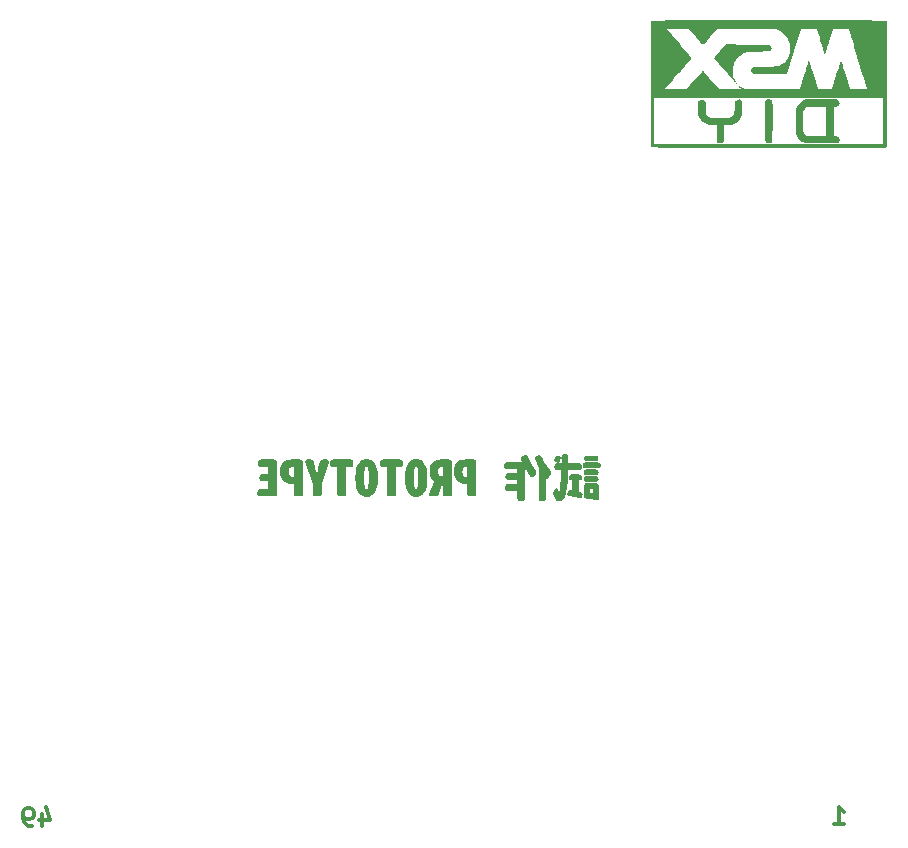
<source format=gbo>
G04 #@! TF.GenerationSoftware,KiCad,Pcbnew,9.0.2*
G04 #@! TF.CreationDate,2025-06-08T15:26:52+09:00*
G04 #@! TF.ProjectId,vdp_cartridge,7664705f-6361-4727-9472-696467652e6b,rev?*
G04 #@! TF.SameCoordinates,Original*
G04 #@! TF.FileFunction,Legend,Bot*
G04 #@! TF.FilePolarity,Positive*
%FSLAX46Y46*%
G04 Gerber Fmt 4.6, Leading zero omitted, Abs format (unit mm)*
G04 Created by KiCad (PCBNEW 9.0.2) date 2025-06-08 15:26:52*
%MOMM*%
%LPD*%
G01*
G04 APERTURE LIST*
%ADD10C,0.150000*%
%ADD11C,0.300000*%
%ADD12C,0.000000*%
G04 APERTURE END LIST*
D10*
G36*
X117372535Y-121201116D02*
G01*
X117449665Y-121255054D01*
X117501946Y-121333683D01*
X117519274Y-121425230D01*
X117515061Y-121925134D01*
X117522564Y-121950075D01*
X117543821Y-121957924D01*
X118416867Y-121957924D01*
X118511522Y-121975538D01*
X118589058Y-122027716D01*
X118641087Y-122105086D01*
X118658667Y-122199724D01*
X118658667Y-122265303D01*
X118641339Y-122356851D01*
X118589058Y-122435480D01*
X118511363Y-122489231D01*
X118416867Y-122507287D01*
X117531547Y-122507287D01*
X117509329Y-122515132D01*
X117498758Y-122540077D01*
X117448118Y-123439545D01*
X117373955Y-124080880D01*
X117285717Y-124519726D01*
X117195747Y-124785200D01*
X117094708Y-124965463D01*
X116985627Y-125081253D01*
X116867746Y-125147433D01*
X116736354Y-125171305D01*
X116732324Y-125171305D01*
X116647345Y-125157720D01*
X116560931Y-125114883D01*
X116470007Y-125036116D01*
X116396528Y-124934583D01*
X116323328Y-124774525D01*
X116252753Y-124536029D01*
X116240480Y-124458177D01*
X116247564Y-124393870D01*
X116269056Y-124331048D01*
X116321922Y-124236385D01*
X116400214Y-124154827D01*
X116457550Y-124105734D01*
X116510321Y-124077586D01*
X116570391Y-124083203D01*
X116619197Y-124116660D01*
X116637985Y-124171313D01*
X116663892Y-124338625D01*
X116687799Y-124400113D01*
X116707594Y-124413114D01*
X116743534Y-124383398D01*
X116791787Y-124248591D01*
X116851209Y-123884450D01*
X116900023Y-123324746D01*
X116933091Y-122535863D01*
X116925916Y-122514446D01*
X116904332Y-122507287D01*
X116576436Y-122507287D01*
X116481971Y-122489225D01*
X116404428Y-122435480D01*
X116352004Y-122356837D01*
X116334635Y-122265303D01*
X116334635Y-122199724D01*
X116352255Y-122105100D01*
X116404428Y-122027716D01*
X116481812Y-121975544D01*
X116576436Y-121957924D01*
X116621498Y-121957924D01*
X116629742Y-121951879D01*
X116625712Y-121941621D01*
X116601739Y-121929347D01*
X116699534Y-121929347D01*
X116701549Y-121947666D01*
X116715837Y-121957924D01*
X116916605Y-121957924D01*
X116937862Y-121950075D01*
X116945364Y-121925134D01*
X116945364Y-121531659D01*
X116939319Y-121521584D01*
X116929061Y-121523599D01*
X116790546Y-121749203D01*
X116699534Y-121929347D01*
X116601739Y-121929347D01*
X116457550Y-121855525D01*
X116382791Y-121793950D01*
X116338848Y-121707880D01*
X116326392Y-121638271D01*
X116334412Y-121582544D01*
X116359182Y-121527629D01*
X116424761Y-121429260D01*
X116493946Y-121358932D01*
X116588709Y-121318618D01*
X116654288Y-121310375D01*
X116721999Y-121318578D01*
X116785446Y-121343164D01*
X116924848Y-121412774D01*
X116937304Y-121410942D01*
X116945364Y-121392440D01*
X116960519Y-121316050D01*
X117006914Y-121248826D01*
X117074867Y-121199462D01*
X117154375Y-121183246D01*
X117281504Y-121183246D01*
X117372535Y-121201116D01*
G37*
G36*
X119942006Y-123672497D02*
G01*
X120019527Y-123724532D01*
X120071548Y-123801927D01*
X120089136Y-123896723D01*
X120089136Y-124868138D01*
X120071802Y-124959655D01*
X120019527Y-125038131D01*
X119941832Y-125091883D01*
X119847336Y-125109939D01*
X119728451Y-125109939D01*
X119678954Y-125100265D01*
X119636310Y-125070921D01*
X119607158Y-125027688D01*
X119597292Y-124974567D01*
X119592542Y-124962653D01*
X119576776Y-124958264D01*
X119060385Y-124958264D01*
X118969007Y-124940459D01*
X118890209Y-124886457D01*
X118836212Y-124807811D01*
X118818402Y-124716463D01*
X118818402Y-124159040D01*
X119322702Y-124159040D01*
X119322702Y-124454147D01*
X119329846Y-124475579D01*
X119351279Y-124482723D01*
X119564503Y-124482723D01*
X119589461Y-124475253D01*
X119597292Y-124454147D01*
X119597292Y-124159040D01*
X119589095Y-124134448D01*
X119564503Y-124126251D01*
X119351279Y-124126251D01*
X119330172Y-124134082D01*
X119322702Y-124159040D01*
X118818402Y-124159040D01*
X118818402Y-123896723D01*
X118836472Y-123802102D01*
X118890209Y-123724532D01*
X118968838Y-123672251D01*
X119060385Y-123654923D01*
X119847336Y-123654923D01*
X119942006Y-123672497D01*
G37*
G36*
X118535909Y-122914605D02*
G01*
X118613604Y-122968356D01*
X118665879Y-123046833D01*
X118683213Y-123138349D01*
X118683213Y-123171139D01*
X118665626Y-123265935D01*
X118613604Y-123343330D01*
X118536083Y-123395366D01*
X118441413Y-123412939D01*
X118412653Y-123412939D01*
X118391547Y-123420771D01*
X118384077Y-123445729D01*
X118384077Y-124314745D01*
X118391547Y-124339703D01*
X118412653Y-124347535D01*
X118523295Y-124363838D01*
X118611359Y-124393595D01*
X118679183Y-124458177D01*
X118709843Y-124518696D01*
X118720033Y-124585305D01*
X118716003Y-124634398D01*
X118695487Y-124712250D01*
X118659601Y-124800448D01*
X118593088Y-124868138D01*
X118528465Y-124898777D01*
X118457716Y-124908988D01*
X118408623Y-124904958D01*
X117650433Y-124753283D01*
X117557854Y-124714161D01*
X117486484Y-124646671D01*
X117443222Y-124568512D01*
X117428965Y-124482723D01*
X117433178Y-124462207D01*
X117433178Y-124445903D01*
X117457820Y-124356466D01*
X117515061Y-124285985D01*
X117580229Y-124248967D01*
X117650433Y-124236893D01*
X117691282Y-124240923D01*
X117789651Y-124257409D01*
X117811245Y-124253221D01*
X117818411Y-124232679D01*
X117818411Y-123445729D01*
X117810908Y-123420788D01*
X117789651Y-123412939D01*
X117695012Y-123395360D01*
X117617643Y-123343330D01*
X117565479Y-123265921D01*
X117547851Y-123171139D01*
X117547851Y-123138349D01*
X117565225Y-123046847D01*
X117617643Y-122968356D01*
X117695187Y-122914611D01*
X117789651Y-122896549D01*
X118441413Y-122896549D01*
X118535909Y-122914605D01*
G37*
G36*
X119938518Y-123077443D02*
G01*
X120011284Y-123128274D01*
X120060560Y-123202230D01*
X120076863Y-123288009D01*
X120060566Y-123373820D01*
X120011284Y-123447927D01*
X119938532Y-123498615D01*
X119851366Y-123515521D01*
X119035656Y-123515521D01*
X118948647Y-123498624D01*
X118875921Y-123447927D01*
X118826639Y-123373820D01*
X118810342Y-123288009D01*
X118826644Y-123202230D01*
X118875921Y-123128274D01*
X118948661Y-123077434D01*
X119035656Y-123060497D01*
X119851366Y-123060497D01*
X119938518Y-123077443D01*
G37*
G36*
X119938691Y-122499024D02*
G01*
X120011284Y-122548137D01*
X120060396Y-122620730D01*
X120076863Y-122708055D01*
X120060396Y-122795379D01*
X120011284Y-122867973D01*
X119938691Y-122917085D01*
X119851366Y-122933552D01*
X119035656Y-122933552D01*
X118948489Y-122917093D01*
X118875921Y-122867973D01*
X118826809Y-122795379D01*
X118810342Y-122708055D01*
X118826809Y-122620730D01*
X118875921Y-122548137D01*
X118948489Y-122499016D01*
X119035656Y-122482557D01*
X119851366Y-122482557D01*
X119938691Y-122499024D01*
G37*
G36*
X120126638Y-121897575D02*
G01*
X120201793Y-121949864D01*
X120252429Y-122026515D01*
X120269387Y-122117842D01*
X120252435Y-122209200D01*
X120201793Y-122286003D01*
X120126653Y-122338148D01*
X120035830Y-122355612D01*
X118953773Y-122355612D01*
X118862951Y-122338148D01*
X118787810Y-122286003D01*
X118737026Y-122209186D01*
X118720033Y-122117842D01*
X118737031Y-122026529D01*
X118787810Y-121949864D01*
X118862965Y-121897575D01*
X118953773Y-121880071D01*
X120035830Y-121880071D01*
X120126638Y-121897575D01*
G37*
G36*
X119926102Y-121323242D02*
G01*
X119998827Y-121373939D01*
X120048096Y-121447920D01*
X120064407Y-121533857D01*
X120048104Y-121619636D01*
X119998827Y-121693592D01*
X119926102Y-121744289D01*
X119839093Y-121761186D01*
X119060385Y-121761186D01*
X118976335Y-121744535D01*
X118902482Y-121693592D01*
X118851627Y-121619482D01*
X118834888Y-121533857D01*
X118851635Y-121448075D01*
X118902482Y-121373939D01*
X118976335Y-121322996D01*
X119060385Y-121306345D01*
X119839093Y-121306345D01*
X119926102Y-121323242D01*
G37*
G36*
X115286650Y-121429260D02*
G01*
X115236321Y-121347190D01*
X115159522Y-121289858D01*
X115104845Y-121268333D01*
X115048880Y-121261282D01*
X114971027Y-121277585D01*
X114839869Y-121318618D01*
X114758912Y-121362579D01*
X114704497Y-121437503D01*
X114686021Y-121483830D01*
X114679951Y-121531659D01*
X114700467Y-121613724D01*
X114834688Y-121917925D01*
X114983301Y-122216211D01*
X114995574Y-122273547D01*
X114995574Y-124925474D01*
X115013636Y-125019939D01*
X115067381Y-125097482D01*
X115145872Y-125149901D01*
X115237374Y-125167275D01*
X115372563Y-125167275D01*
X115464096Y-125149906D01*
X115542739Y-125097482D01*
X115596484Y-125019939D01*
X115614546Y-124925474D01*
X115614546Y-123216202D01*
X115620774Y-123206127D01*
X115630849Y-123212172D01*
X115680601Y-123249389D01*
X115737461Y-123261448D01*
X115766038Y-123257235D01*
X115835644Y-123228677D01*
X115880893Y-123167109D01*
X115995565Y-122933552D01*
X116026291Y-122856849D01*
X116036598Y-122773634D01*
X116032568Y-122732601D01*
X116009209Y-122635822D01*
X115954715Y-122548137D01*
X115706127Y-122218767D01*
X115483281Y-121847161D01*
X115286650Y-121429260D01*
G37*
G36*
X112073269Y-122199724D02*
G01*
X112090598Y-122291272D01*
X112142878Y-122369900D01*
X112220448Y-122423638D01*
X112315070Y-122441708D01*
X113179872Y-122441708D01*
X113201305Y-122448852D01*
X113208449Y-122470284D01*
X113208449Y-122757147D01*
X113200979Y-122782105D01*
X113179872Y-122789937D01*
X112425712Y-122789937D01*
X112334209Y-122807311D01*
X112255719Y-122859729D01*
X112201981Y-122937299D01*
X112183911Y-123031921D01*
X112183911Y-123101530D01*
X112201716Y-123192909D01*
X112255719Y-123271706D01*
X112334350Y-123325559D01*
X112425712Y-123343330D01*
X113179872Y-123343330D01*
X113201290Y-123350505D01*
X113208449Y-123372090D01*
X113208449Y-123687713D01*
X113200979Y-123712671D01*
X113179872Y-123720502D01*
X112372406Y-123720502D01*
X112277941Y-123738564D01*
X112200398Y-123792310D01*
X112147979Y-123870800D01*
X112130605Y-123962303D01*
X112130605Y-124044185D01*
X112148233Y-124138967D01*
X112200398Y-124216376D01*
X112277767Y-124268406D01*
X112372406Y-124285985D01*
X113179872Y-124285985D01*
X113200979Y-124293817D01*
X113208449Y-124318775D01*
X113208449Y-124929504D01*
X113226519Y-125024126D01*
X113280256Y-125101696D01*
X113358885Y-125153976D01*
X113450433Y-125171305D01*
X113597894Y-125171305D01*
X113689442Y-125153976D01*
X113768070Y-125101696D01*
X113821664Y-125024141D01*
X113839695Y-124929504D01*
X113839695Y-122470284D01*
X113846869Y-122448867D01*
X113868454Y-122441708D01*
X113888971Y-122441708D01*
X113914420Y-122447788D01*
X113934033Y-122466254D01*
X114120090Y-122776868D01*
X114298749Y-123031921D01*
X114366157Y-123091219D01*
X114454454Y-123113803D01*
X114462697Y-123113803D01*
X114546398Y-123097529D01*
X114618402Y-123048224D01*
X114729227Y-122945825D01*
X114787328Y-122866486D01*
X114807079Y-122765391D01*
X114793690Y-122684246D01*
X114753773Y-122613716D01*
X114572953Y-122368876D01*
X114405813Y-122094971D01*
X114252700Y-121789530D01*
X114114285Y-121449776D01*
X114063958Y-121363472D01*
X113987339Y-121302132D01*
X113928527Y-121280620D01*
X113868454Y-121273555D01*
X113802875Y-121281615D01*
X113679960Y-121310375D01*
X113597807Y-121353578D01*
X113540558Y-121425230D01*
X113521986Y-121475023D01*
X113516012Y-121523599D01*
X113528285Y-121601451D01*
X113622441Y-121835009D01*
X113624639Y-121851495D01*
X113606137Y-121859555D01*
X112315070Y-121859555D01*
X112220448Y-121877625D01*
X112142878Y-121931362D01*
X112090603Y-122009839D01*
X112073269Y-122101355D01*
X112073269Y-122199724D01*
G37*
G36*
X109586729Y-121652297D02*
G01*
X109664424Y-121706048D01*
X109716699Y-121784525D01*
X109734033Y-121876041D01*
X109734033Y-124531999D01*
X109716705Y-124623547D01*
X109664424Y-124702175D01*
X109586743Y-124755784D01*
X109492233Y-124773800D01*
X109221673Y-124773800D01*
X109127194Y-124755778D01*
X109049665Y-124702175D01*
X108997241Y-124623533D01*
X108979872Y-124531999D01*
X108979872Y-123765565D01*
X108971675Y-123740973D01*
X108947083Y-123732775D01*
X108860987Y-123732775D01*
X108627795Y-123714276D01*
X108426881Y-123661581D01*
X108252629Y-123576997D01*
X108100781Y-123460200D01*
X107979620Y-123315571D01*
X107889860Y-123137568D01*
X107832408Y-122919073D01*
X107811720Y-122650719D01*
X108549394Y-122650719D01*
X108567687Y-122847547D01*
X108614973Y-122980610D01*
X108684698Y-123067727D01*
X108777709Y-123119742D01*
X108902020Y-123138349D01*
X108947083Y-123138349D01*
X108971675Y-123130152D01*
X108979872Y-123105560D01*
X108979872Y-122261273D01*
X108971675Y-122236681D01*
X108947083Y-122228484D01*
X108902020Y-122228484D01*
X108780117Y-122240947D01*
X108692929Y-122274104D01*
X108631460Y-122324838D01*
X108589666Y-122394495D01*
X108560658Y-122498927D01*
X108549394Y-122650719D01*
X107811720Y-122650719D01*
X107830488Y-122397007D01*
X107882424Y-122191490D01*
X107963122Y-122025152D01*
X108071310Y-121891016D01*
X108208963Y-121784676D01*
X108381086Y-121704745D01*
X108595237Y-121653005D01*
X108860987Y-121634241D01*
X109492233Y-121634241D01*
X109586729Y-121652297D01*
G37*
G36*
X107504623Y-121652311D02*
G01*
X107582193Y-121706048D01*
X107634468Y-121784525D01*
X107651802Y-121876041D01*
X107651802Y-124531999D01*
X107634474Y-124623547D01*
X107582193Y-124702175D01*
X107504638Y-124755769D01*
X107410002Y-124773800D01*
X107139442Y-124773800D01*
X107048080Y-124756028D01*
X106969449Y-124702175D01*
X106915446Y-124623378D01*
X106897641Y-124531999D01*
X106897641Y-123704016D01*
X106889793Y-123682759D01*
X106864852Y-123675256D01*
X106840305Y-123675256D01*
X106813374Y-123682643D01*
X106799272Y-123704016D01*
X106541169Y-124544272D01*
X106495018Y-124637011D01*
X106422284Y-124710235D01*
X106331013Y-124757924D01*
X106229576Y-124773800D01*
X105922196Y-124773800D01*
X105844822Y-124755620D01*
X105782795Y-124699977D01*
X105761062Y-124653956D01*
X105754218Y-124609851D01*
X105762278Y-124548302D01*
X106139450Y-123531825D01*
X106142544Y-123505366D01*
X106127177Y-123482732D01*
X106003039Y-123365568D01*
X105905334Y-123225560D01*
X105832929Y-123059209D01*
X105786913Y-122861456D01*
X105770521Y-122625989D01*
X106504166Y-122625989D01*
X106514749Y-122769077D01*
X106543232Y-122877992D01*
X106586232Y-122960113D01*
X106648088Y-123025714D01*
X106720599Y-123063877D01*
X106807516Y-123076983D01*
X106864852Y-123076983D01*
X106889793Y-123069481D01*
X106897641Y-123048224D01*
X106897641Y-122261273D01*
X106889444Y-122236681D01*
X106864852Y-122228484D01*
X106807516Y-122228484D01*
X106699253Y-122244077D01*
X106618983Y-122287336D01*
X106559495Y-122358962D01*
X106519538Y-122467169D01*
X106504166Y-122625989D01*
X105770521Y-122625989D01*
X105790748Y-122362597D01*
X105846359Y-122152646D01*
X105906094Y-122026268D01*
X105977875Y-121924272D01*
X106061598Y-121843252D01*
X106208457Y-121747834D01*
X106368978Y-121683517D01*
X106543462Y-121647190D01*
X106750180Y-121634241D01*
X107410002Y-121634241D01*
X107504623Y-121652311D01*
G37*
G36*
X104805534Y-121601185D02*
G01*
X104959615Y-121648118D01*
X105097428Y-121725183D01*
X105221785Y-121834486D01*
X105333998Y-121980638D01*
X105434299Y-122178755D01*
X105513489Y-122436552D01*
X105566482Y-122767641D01*
X105586057Y-123187625D01*
X105566502Y-123608915D01*
X105513344Y-123944118D01*
X105433531Y-124207904D01*
X105331983Y-124413114D01*
X105218199Y-124565648D01*
X105093133Y-124678995D01*
X104955622Y-124758409D01*
X104802956Y-124806511D01*
X104631129Y-124823075D01*
X104459301Y-124806511D01*
X104306636Y-124758409D01*
X104169124Y-124678995D01*
X104044058Y-124565648D01*
X103930274Y-124413114D01*
X103828726Y-124207904D01*
X103748914Y-123944118D01*
X103695756Y-123608915D01*
X103676200Y-123187625D01*
X104438421Y-123187625D01*
X104448679Y-123622133D01*
X104475424Y-123908997D01*
X104516457Y-124077158D01*
X104543863Y-124131910D01*
X104567748Y-124159040D01*
X104631129Y-124179557D01*
X104694693Y-124159040D01*
X104718470Y-124131936D01*
X104745984Y-124077158D01*
X104787017Y-123908997D01*
X104813578Y-123622133D01*
X104823836Y-123187625D01*
X104813578Y-122755316D01*
X104787017Y-122476512D01*
X104743969Y-122318793D01*
X104715160Y-122267914D01*
X104692678Y-122244970D01*
X104631129Y-122228484D01*
X104569763Y-122244970D01*
X104547171Y-122267941D01*
X104518472Y-122318793D01*
X104495695Y-122381997D01*
X104475424Y-122476512D01*
X104448679Y-122755316D01*
X104438421Y-123187625D01*
X103676200Y-123187625D01*
X103695775Y-122767641D01*
X103748769Y-122436552D01*
X103827958Y-122178755D01*
X103928259Y-121980638D01*
X104040472Y-121834486D01*
X104164829Y-121725183D01*
X104302643Y-121648118D01*
X104456723Y-121601185D01*
X104631129Y-121584965D01*
X104805534Y-121601185D01*
G37*
G36*
X102667782Y-124773800D02*
G01*
X102762419Y-124755769D01*
X102839974Y-124702175D01*
X102892254Y-124623547D01*
X102909583Y-124531999D01*
X102909583Y-122294063D01*
X102917431Y-122272806D01*
X102942372Y-122265303D01*
X103274482Y-122265303D01*
X103365875Y-122247538D01*
X103444658Y-122193679D01*
X103498517Y-122114896D01*
X103516282Y-122023503D01*
X103516282Y-121876041D01*
X103498511Y-121784680D01*
X103444658Y-121706048D01*
X103365861Y-121652046D01*
X103274482Y-121634241D01*
X101790706Y-121634241D01*
X101699359Y-121652051D01*
X101620713Y-121706048D01*
X101566717Y-121784694D01*
X101548906Y-121876041D01*
X101548906Y-122023503D01*
X101566711Y-122114882D01*
X101620713Y-122193679D01*
X101699345Y-122247532D01*
X101790706Y-122265303D01*
X102122632Y-122265303D01*
X102147574Y-122272806D01*
X102155422Y-122294063D01*
X102155422Y-124531999D01*
X102172790Y-124623533D01*
X102225214Y-124702175D01*
X102302769Y-124755769D01*
X102397406Y-124773800D01*
X102667782Y-124773800D01*
G37*
G36*
X100608465Y-121601185D02*
G01*
X100762545Y-121648118D01*
X100900359Y-121725183D01*
X101024716Y-121834486D01*
X101136929Y-121980638D01*
X101237230Y-122178755D01*
X101316420Y-122436552D01*
X101369413Y-122767641D01*
X101388988Y-123187625D01*
X101369432Y-123608915D01*
X101316275Y-123944118D01*
X101236462Y-124207904D01*
X101134914Y-124413114D01*
X101021130Y-124565648D01*
X100896064Y-124678995D01*
X100758553Y-124758409D01*
X100605887Y-124806511D01*
X100434060Y-124823075D01*
X100262232Y-124806511D01*
X100109566Y-124758409D01*
X99972055Y-124678995D01*
X99846989Y-124565648D01*
X99733205Y-124413114D01*
X99631657Y-124207904D01*
X99551845Y-123944118D01*
X99498687Y-123608915D01*
X99479131Y-123187625D01*
X100241352Y-123187625D01*
X100251610Y-123622133D01*
X100278355Y-123908997D01*
X100319387Y-124077158D01*
X100346794Y-124131910D01*
X100370678Y-124159040D01*
X100434060Y-124179557D01*
X100497624Y-124159040D01*
X100521400Y-124131936D01*
X100548915Y-124077158D01*
X100589948Y-123908997D01*
X100616509Y-123622133D01*
X100626767Y-123187625D01*
X100616509Y-122755316D01*
X100589948Y-122476512D01*
X100546900Y-122318793D01*
X100518091Y-122267914D01*
X100495609Y-122244970D01*
X100434060Y-122228484D01*
X100372693Y-122244970D01*
X100350101Y-122267941D01*
X100321403Y-122318793D01*
X100298626Y-122381997D01*
X100278355Y-122476512D01*
X100251610Y-122755316D01*
X100241352Y-123187625D01*
X99479131Y-123187625D01*
X99498706Y-122767641D01*
X99551699Y-122436552D01*
X99630889Y-122178755D01*
X99731190Y-121980638D01*
X99843403Y-121834486D01*
X99967760Y-121725183D01*
X100105574Y-121648118D01*
X100259654Y-121601185D01*
X100434060Y-121584965D01*
X100608465Y-121601185D01*
G37*
G36*
X98470713Y-124773800D02*
G01*
X98565350Y-124755769D01*
X98642905Y-124702175D01*
X98695185Y-124623547D01*
X98712514Y-124531999D01*
X98712514Y-122294063D01*
X98720362Y-122272806D01*
X98745303Y-122265303D01*
X99077413Y-122265303D01*
X99168806Y-122247538D01*
X99247589Y-122193679D01*
X99301448Y-122114896D01*
X99319213Y-122023503D01*
X99319213Y-121876041D01*
X99301442Y-121784680D01*
X99247589Y-121706048D01*
X99168791Y-121652046D01*
X99077413Y-121634241D01*
X97593637Y-121634241D01*
X97502290Y-121652051D01*
X97423644Y-121706048D01*
X97369647Y-121784694D01*
X97351837Y-121876041D01*
X97351837Y-122023503D01*
X97369642Y-122114882D01*
X97423644Y-122193679D01*
X97502276Y-122247532D01*
X97593637Y-122265303D01*
X97925563Y-122265303D01*
X97950505Y-122272806D01*
X97958353Y-122294063D01*
X97958353Y-124531999D01*
X97975721Y-124623533D01*
X98028145Y-124702175D01*
X98105700Y-124755769D01*
X98200337Y-124773800D01*
X98470713Y-124773800D01*
G37*
G36*
X96380422Y-124773800D02*
G01*
X96474933Y-124755784D01*
X96552613Y-124702175D01*
X96604894Y-124623547D01*
X96622222Y-124531999D01*
X96622222Y-123745049D01*
X96630466Y-123687713D01*
X97212435Y-121863768D01*
X97220678Y-121806249D01*
X97212585Y-121755407D01*
X97187889Y-121707880D01*
X97125295Y-121652608D01*
X97044457Y-121634241D01*
X96757594Y-121634241D01*
X96657116Y-121651157D01*
X96569100Y-121701835D01*
X96502305Y-121778323D01*
X96466518Y-121871828D01*
X96364119Y-122363672D01*
X96245234Y-123035951D01*
X96236990Y-123044194D01*
X96228747Y-123035951D01*
X96101802Y-122363672D01*
X95999220Y-121871828D01*
X95963469Y-121778308D01*
X95896821Y-121701835D01*
X95808677Y-121651144D01*
X95708327Y-121634241D01*
X95429524Y-121634241D01*
X95348686Y-121652608D01*
X95286092Y-121707880D01*
X95261396Y-121755407D01*
X95253302Y-121806249D01*
X95261546Y-121863768D01*
X95859818Y-123687713D01*
X95868062Y-123745049D01*
X95868062Y-124531999D01*
X95885430Y-124623533D01*
X95937854Y-124702175D01*
X96015383Y-124755778D01*
X96109862Y-124773800D01*
X96380422Y-124773800D01*
G37*
G36*
X94896987Y-121652297D02*
G01*
X94974682Y-121706048D01*
X95026957Y-121784525D01*
X95044292Y-121876041D01*
X95044292Y-124531999D01*
X95026963Y-124623547D01*
X94974682Y-124702175D01*
X94897002Y-124755784D01*
X94802491Y-124773800D01*
X94531931Y-124773800D01*
X94437452Y-124755778D01*
X94359923Y-124702175D01*
X94307499Y-124623533D01*
X94290131Y-124531999D01*
X94290131Y-123765565D01*
X94281933Y-123740973D01*
X94257341Y-123732775D01*
X94171245Y-123732775D01*
X93938053Y-123714276D01*
X93737139Y-123661581D01*
X93562887Y-123576997D01*
X93411040Y-123460200D01*
X93289879Y-123315571D01*
X93200119Y-123137568D01*
X93142666Y-122919073D01*
X93121978Y-122650719D01*
X93859653Y-122650719D01*
X93877945Y-122847547D01*
X93925232Y-122980610D01*
X93994956Y-123067727D01*
X94087967Y-123119742D01*
X94212278Y-123138349D01*
X94257341Y-123138349D01*
X94281933Y-123130152D01*
X94290131Y-123105560D01*
X94290131Y-122261273D01*
X94281933Y-122236681D01*
X94257341Y-122228484D01*
X94212278Y-122228484D01*
X94090375Y-122240947D01*
X94003188Y-122274104D01*
X93941718Y-122324838D01*
X93899924Y-122394495D01*
X93870917Y-122498927D01*
X93859653Y-122650719D01*
X93121978Y-122650719D01*
X93140747Y-122397007D01*
X93192682Y-122191490D01*
X93273380Y-122025152D01*
X93381568Y-121891016D01*
X93519221Y-121784676D01*
X93691344Y-121704745D01*
X93905495Y-121653005D01*
X94171245Y-121634241D01*
X94802491Y-121634241D01*
X94896987Y-121652297D01*
G37*
G36*
X92605588Y-124773800D02*
G01*
X92696981Y-124756034D01*
X92775764Y-124702175D01*
X92829623Y-124623392D01*
X92847388Y-124531999D01*
X92847388Y-121876041D01*
X92829617Y-121784680D01*
X92775764Y-121706048D01*
X92696967Y-121652046D01*
X92605588Y-121634241D01*
X91466012Y-121634241D01*
X91374664Y-121652051D01*
X91296019Y-121706048D01*
X91242022Y-121784694D01*
X91224211Y-121876041D01*
X91224211Y-122023503D01*
X91242016Y-122114882D01*
X91296019Y-122193679D01*
X91374650Y-122247532D01*
X91466012Y-122265303D01*
X92060438Y-122265303D01*
X92081855Y-122272478D01*
X92089014Y-122294063D01*
X92089014Y-122822727D01*
X92081855Y-122844311D01*
X92060438Y-122851486D01*
X91609627Y-122851486D01*
X91518248Y-122869291D01*
X91439450Y-122923294D01*
X91385453Y-123001939D01*
X91367643Y-123093287D01*
X91367643Y-123240931D01*
X91385448Y-123332310D01*
X91439450Y-123411108D01*
X91518234Y-123464967D01*
X91609627Y-123482732D01*
X92060438Y-123482732D01*
X92081870Y-123489876D01*
X92089014Y-123511308D01*
X92089014Y-124113977D01*
X92081870Y-124135410D01*
X92060438Y-124142554D01*
X91437435Y-124142554D01*
X91346088Y-124160364D01*
X91267442Y-124214361D01*
X91213445Y-124293007D01*
X91195635Y-124384354D01*
X91195635Y-124531999D01*
X91213440Y-124623378D01*
X91267442Y-124702175D01*
X91346074Y-124756028D01*
X91437435Y-124773800D01*
X92605588Y-124773800D01*
G37*
D11*
X72952032Y-151675228D02*
X72952032Y-152675228D01*
X73309174Y-151103800D02*
X73666317Y-152175228D01*
X73666317Y-152175228D02*
X72737746Y-152175228D01*
X72094889Y-152675228D02*
X71809175Y-152675228D01*
X71809175Y-152675228D02*
X71666318Y-152603800D01*
X71666318Y-152603800D02*
X71594889Y-152532371D01*
X71594889Y-152532371D02*
X71452032Y-152318085D01*
X71452032Y-152318085D02*
X71380603Y-152032371D01*
X71380603Y-152032371D02*
X71380603Y-151460942D01*
X71380603Y-151460942D02*
X71452032Y-151318085D01*
X71452032Y-151318085D02*
X71523461Y-151246657D01*
X71523461Y-151246657D02*
X71666318Y-151175228D01*
X71666318Y-151175228D02*
X71952032Y-151175228D01*
X71952032Y-151175228D02*
X72094889Y-151246657D01*
X72094889Y-151246657D02*
X72166318Y-151318085D01*
X72166318Y-151318085D02*
X72237746Y-151460942D01*
X72237746Y-151460942D02*
X72237746Y-151818085D01*
X72237746Y-151818085D02*
X72166318Y-151960942D01*
X72166318Y-151960942D02*
X72094889Y-152032371D01*
X72094889Y-152032371D02*
X71952032Y-152103800D01*
X71952032Y-152103800D02*
X71666318Y-152103800D01*
X71666318Y-152103800D02*
X71523461Y-152032371D01*
X71523461Y-152032371D02*
X71452032Y-151960942D01*
X71452032Y-151960942D02*
X71380603Y-151818085D01*
X140034174Y-152534228D02*
X140891317Y-152534228D01*
X140462746Y-152534228D02*
X140462746Y-151034228D01*
X140462746Y-151034228D02*
X140605603Y-151248514D01*
X140605603Y-151248514D02*
X140748460Y-151391371D01*
X140748460Y-151391371D02*
X140891317Y-151462800D01*
D12*
G36*
X134629670Y-91125867D02*
G01*
X134716354Y-91173529D01*
X134777081Y-91246394D01*
X134777979Y-91248195D01*
X134784234Y-91265563D01*
X134789621Y-91291740D01*
X134794189Y-91329688D01*
X134797985Y-91382365D01*
X134801055Y-91452731D01*
X134803446Y-91543746D01*
X134805207Y-91658369D01*
X134806384Y-91799562D01*
X134807024Y-91970282D01*
X134807174Y-92173490D01*
X134806883Y-92412147D01*
X134806196Y-92689210D01*
X134805162Y-93007641D01*
X134799215Y-94703088D01*
X134729123Y-94773173D01*
X134663101Y-94823769D01*
X134573975Y-94857715D01*
X134496315Y-94863607D01*
X134396015Y-94854189D01*
X134307044Y-94829136D01*
X134245421Y-94791666D01*
X134244787Y-94791030D01*
X134236688Y-94781892D01*
X134229635Y-94769931D01*
X134223543Y-94752181D01*
X134218329Y-94725678D01*
X134213909Y-94687456D01*
X134210198Y-94634553D01*
X134207112Y-94564002D01*
X134204568Y-94472840D01*
X134202480Y-94358101D01*
X134200766Y-94216823D01*
X134199341Y-94046039D01*
X134198121Y-93842785D01*
X134197022Y-93604097D01*
X134195959Y-93327010D01*
X134194850Y-93008560D01*
X134188914Y-91270083D01*
X134250260Y-91201622D01*
X134325327Y-91143568D01*
X134423010Y-91109939D01*
X134528173Y-91104354D01*
X134629670Y-91125867D01*
G37*
G36*
X140097135Y-91778273D02*
G01*
X139996685Y-91778273D01*
X139996685Y-93005299D01*
X139996685Y-94232325D01*
X140126075Y-94244058D01*
X140216596Y-94257021D01*
X140326461Y-94294904D01*
X140403494Y-94358278D01*
X140452279Y-94451513D01*
X140477399Y-94578978D01*
X140477570Y-94580679D01*
X140480997Y-94655955D01*
X140469828Y-94707589D01*
X140439999Y-94754669D01*
X140385606Y-94806893D01*
X140321309Y-94847408D01*
X140305556Y-94852627D01*
X140274209Y-94858398D01*
X140227338Y-94863204D01*
X140161742Y-94867107D01*
X140074221Y-94870167D01*
X139961575Y-94872446D01*
X139820604Y-94874003D01*
X139648108Y-94874901D01*
X139440886Y-94875199D01*
X139195739Y-94874958D01*
X138909465Y-94874240D01*
X137567359Y-94870157D01*
X137402310Y-94788352D01*
X137320372Y-94743980D01*
X137140695Y-94615980D01*
X136990001Y-94462563D01*
X136873087Y-94289155D01*
X136794751Y-94101182D01*
X136793509Y-94096651D01*
X136783946Y-94035664D01*
X136775822Y-93937421D01*
X136769129Y-93807746D01*
X136763859Y-93652467D01*
X136760004Y-93477410D01*
X136757557Y-93288400D01*
X136756510Y-93091263D01*
X136756855Y-92891826D01*
X136757680Y-92798495D01*
X137383674Y-92798495D01*
X137385190Y-93050222D01*
X137392409Y-93850611D01*
X137457770Y-93968603D01*
X137487873Y-94016673D01*
X137549871Y-94095985D01*
X137611988Y-94156997D01*
X137700846Y-94227400D01*
X138527386Y-94233950D01*
X139353927Y-94240499D01*
X139353927Y-93008122D01*
X139353927Y-91775744D01*
X138550480Y-91782549D01*
X138479004Y-91783145D01*
X138272208Y-91784955D01*
X138103532Y-91787212D01*
X137968225Y-91790772D01*
X137861536Y-91796491D01*
X137778712Y-91805229D01*
X137715003Y-91817840D01*
X137665657Y-91835184D01*
X137625922Y-91858117D01*
X137591046Y-91887496D01*
X137556279Y-91924178D01*
X137516869Y-91969021D01*
X137478081Y-92018336D01*
X137430212Y-92095057D01*
X137401833Y-92161217D01*
X137395932Y-92199316D01*
X137390153Y-92286099D01*
X137386172Y-92415507D01*
X137384007Y-92586614D01*
X137383674Y-92798495D01*
X136757680Y-92798495D01*
X136758586Y-92695915D01*
X136761693Y-92509356D01*
X136766169Y-92337974D01*
X136772008Y-92187596D01*
X136779201Y-92064048D01*
X136787740Y-91973156D01*
X136797617Y-91920746D01*
X136867214Y-91762056D01*
X136983678Y-91586372D01*
X137130402Y-91430098D01*
X137299940Y-91300972D01*
X137484844Y-91206733D01*
X137636213Y-91147638D01*
X138957486Y-91140458D01*
X140278758Y-91133279D01*
X140345632Y-91189550D01*
X140404341Y-91251682D01*
X140463238Y-91361932D01*
X140484294Y-91483009D01*
X140465625Y-91570772D01*
X140410109Y-91652970D01*
X140325185Y-91718767D01*
X140218360Y-91762443D01*
X140116502Y-91775744D01*
X140097135Y-91778273D01*
G37*
G36*
X132009686Y-91145405D02*
G01*
X132033582Y-91154960D01*
X132090514Y-91190017D01*
X132151170Y-91238395D01*
X132239267Y-91317986D01*
X132239267Y-91900188D01*
X132239267Y-92482389D01*
X132147101Y-92667809D01*
X132084971Y-92780648D01*
X132003441Y-92894413D01*
X131897756Y-93008778D01*
X131847772Y-93056238D01*
X131703207Y-93169979D01*
X131549950Y-93253508D01*
X131380129Y-93309702D01*
X131185868Y-93341438D01*
X130959294Y-93351593D01*
X130709948Y-93351920D01*
X130709865Y-93989137D01*
X130709788Y-94113141D01*
X130709281Y-94273413D01*
X130708010Y-94398123D01*
X130705643Y-94492610D01*
X130701847Y-94562214D01*
X130696291Y-94612273D01*
X130688643Y-94648130D01*
X130678570Y-94675121D01*
X130665740Y-94698589D01*
X130664223Y-94701035D01*
X130612123Y-94763830D01*
X130549461Y-94814867D01*
X130522220Y-94829544D01*
X130414529Y-94858391D01*
X130302308Y-94850677D01*
X130197857Y-94808668D01*
X130113476Y-94734627D01*
X130112073Y-94732834D01*
X130099149Y-94714326D01*
X130088977Y-94692408D01*
X130081226Y-94661964D01*
X130075569Y-94617881D01*
X130071677Y-94555043D01*
X130069222Y-94468336D01*
X130067874Y-94352645D01*
X130067307Y-94202855D01*
X130067191Y-94013853D01*
X130067191Y-93351920D01*
X129833302Y-93351920D01*
X129739868Y-93350009D01*
X129482541Y-93321853D01*
X129253475Y-93259786D01*
X129052045Y-93163460D01*
X128877625Y-93032523D01*
X128729591Y-92866627D01*
X128607317Y-92665420D01*
X128515707Y-92482389D01*
X128515790Y-91914231D01*
X128516025Y-91745216D01*
X128516954Y-91607278D01*
X128518956Y-91502491D01*
X128522413Y-91425156D01*
X128527706Y-91369572D01*
X128535214Y-91330039D01*
X128545320Y-91300857D01*
X128558403Y-91276326D01*
X128569796Y-91259627D01*
X128642735Y-91198621D01*
X128744692Y-91165537D01*
X128869545Y-91162612D01*
X128890943Y-91164938D01*
X128968180Y-91180275D01*
X129029343Y-91208254D01*
X129076213Y-91253381D01*
X129110570Y-91320161D01*
X129134194Y-91413100D01*
X129148864Y-91536703D01*
X129156361Y-91695476D01*
X129158465Y-91893924D01*
X129158687Y-92015741D01*
X129159938Y-92139886D01*
X129162809Y-92232019D01*
X129167878Y-92299095D01*
X129175719Y-92348069D01*
X129186911Y-92385896D01*
X129202028Y-92419532D01*
X129234991Y-92472591D01*
X129315703Y-92562361D01*
X129412543Y-92637090D01*
X129509952Y-92683440D01*
X129532807Y-92687792D01*
X129602659Y-92694205D01*
X129706450Y-92699524D01*
X129837686Y-92703743D01*
X129989874Y-92706861D01*
X130156519Y-92708871D01*
X130331126Y-92709769D01*
X130507201Y-92709552D01*
X130678250Y-92708215D01*
X130837779Y-92705753D01*
X130979293Y-92702163D01*
X131096298Y-92697440D01*
X131182300Y-92691580D01*
X131230803Y-92684578D01*
X131310178Y-92651227D01*
X131404591Y-92588986D01*
X131488165Y-92512989D01*
X131544921Y-92435887D01*
X131546286Y-92433175D01*
X131558856Y-92398471D01*
X131569178Y-92347339D01*
X131577776Y-92274198D01*
X131585175Y-92173469D01*
X131591900Y-92039572D01*
X131598477Y-91866929D01*
X131600941Y-91798723D01*
X131606804Y-91657187D01*
X131612992Y-91531873D01*
X131619103Y-91429803D01*
X131624737Y-91357999D01*
X131629494Y-91323483D01*
X131637492Y-91305365D01*
X131685697Y-91251721D01*
X131760298Y-91202684D01*
X131848015Y-91164473D01*
X131935570Y-91143306D01*
X132009686Y-91145405D01*
G37*
G36*
X144495986Y-91024695D02*
G01*
X144495986Y-95127059D01*
X144441584Y-95181462D01*
X144387181Y-95235864D01*
X134492381Y-95235864D01*
X133778340Y-95235862D01*
X133027931Y-95235852D01*
X132319535Y-95235828D01*
X131651935Y-95235785D01*
X131023913Y-95235718D01*
X130434252Y-95235622D01*
X129881736Y-95235492D01*
X129365146Y-95235322D01*
X128883266Y-95235108D01*
X128434879Y-95234844D01*
X128018768Y-95234525D01*
X127633714Y-95234146D01*
X127278502Y-95233701D01*
X126951914Y-95233185D01*
X126652732Y-95232594D01*
X126379740Y-95231922D01*
X126131720Y-95231164D01*
X125907456Y-95230314D01*
X125705729Y-95229368D01*
X125525324Y-95228320D01*
X125365022Y-95227166D01*
X125223607Y-95225899D01*
X125099860Y-95224515D01*
X124992567Y-95223009D01*
X124900508Y-95221375D01*
X124822467Y-95219608D01*
X124757226Y-95217703D01*
X124703569Y-95215655D01*
X124660279Y-95213458D01*
X124626137Y-95211109D01*
X124599927Y-95208600D01*
X124580432Y-95205927D01*
X124566435Y-95203086D01*
X124556718Y-95200070D01*
X124550065Y-95196874D01*
X124545257Y-95193494D01*
X124492932Y-95151125D01*
X124492932Y-91024695D01*
X124792147Y-91024695D01*
X124792147Y-92975131D01*
X124792147Y-94925568D01*
X134488918Y-94925568D01*
X144185690Y-94925568D01*
X144185690Y-92975131D01*
X144185690Y-91024695D01*
X134488918Y-91024695D01*
X124792147Y-91024695D01*
X124492932Y-91024695D01*
X124492932Y-90271117D01*
X125675492Y-90271117D01*
X126605282Y-90271117D01*
X127535073Y-90271117D01*
X128199289Y-89511999D01*
X128310104Y-89385491D01*
X128441156Y-89236256D01*
X128561539Y-89099581D01*
X128668174Y-88978941D01*
X128757983Y-88877808D01*
X128827887Y-88799657D01*
X128874807Y-88747961D01*
X128895665Y-88726195D01*
X128903238Y-88723874D01*
X128920703Y-88730473D01*
X128948290Y-88750817D01*
X128988366Y-88787372D01*
X129043296Y-88842606D01*
X129115446Y-88918986D01*
X129207182Y-89018980D01*
X129320870Y-89145054D01*
X129458876Y-89299676D01*
X129623566Y-89485314D01*
X130319306Y-90271117D01*
X131236060Y-90271117D01*
X131288233Y-90271109D01*
X131508639Y-90270829D01*
X131689076Y-90270059D01*
X131833141Y-90268677D01*
X131944429Y-90266562D01*
X132026537Y-90263591D01*
X132083061Y-90259644D01*
X132117597Y-90254599D01*
X132133741Y-90248334D01*
X132135090Y-90240729D01*
X132134963Y-90240515D01*
X132113206Y-90212593D01*
X132067876Y-90159863D01*
X132005532Y-90089805D01*
X131932731Y-90009899D01*
X131860708Y-89930783D01*
X131790195Y-89851485D01*
X131733962Y-89786304D01*
X131700009Y-89744370D01*
X131677206Y-89716503D01*
X131627814Y-89658347D01*
X131554575Y-89573070D01*
X131460185Y-89463784D01*
X131347340Y-89333601D01*
X131218738Y-89185632D01*
X131077076Y-89022988D01*
X130925051Y-88848780D01*
X130765358Y-88666119D01*
X130759262Y-88659151D01*
X130601270Y-88478264D01*
X130452226Y-88307019D01*
X130314668Y-88148372D01*
X130191136Y-88005281D01*
X130084169Y-87880702D01*
X129996306Y-87777592D01*
X129930087Y-87698910D01*
X129888052Y-87647611D01*
X129872738Y-87626653D01*
X129877676Y-87615809D01*
X129907386Y-87574251D01*
X129960931Y-87506272D01*
X130034919Y-87415989D01*
X130125963Y-87307518D01*
X130230672Y-87184973D01*
X130345656Y-87052471D01*
X130824632Y-86504592D01*
X132678939Y-86517801D01*
X132949448Y-86519755D01*
X133246409Y-86522012D01*
X133504265Y-86524167D01*
X133725904Y-86526299D01*
X133914216Y-86528489D01*
X134072087Y-86530817D01*
X134202408Y-86533365D01*
X134308066Y-86536211D01*
X134391949Y-86539438D01*
X134456947Y-86543124D01*
X134505946Y-86547351D01*
X134541837Y-86552198D01*
X134567507Y-86557747D01*
X134585845Y-86564078D01*
X134599739Y-86571270D01*
X134665981Y-86623334D01*
X134711416Y-86700337D01*
X134725335Y-86803061D01*
X134718269Y-86872838D01*
X134675320Y-86971273D01*
X134592658Y-87050249D01*
X134576638Y-87059505D01*
X134553296Y-87068144D01*
X134519975Y-87075281D01*
X134472382Y-87081159D01*
X134406225Y-87086018D01*
X134317208Y-87090101D01*
X134201039Y-87093649D01*
X134053424Y-87096904D01*
X133870071Y-87100108D01*
X133646685Y-87103501D01*
X133613399Y-87103988D01*
X133384250Y-87107549D01*
X133193715Y-87111262D01*
X133036748Y-87115692D01*
X132908301Y-87121402D01*
X132803327Y-87128956D01*
X132716780Y-87138919D01*
X132643611Y-87151853D01*
X132578775Y-87168322D01*
X132517224Y-87188891D01*
X132453911Y-87214124D01*
X132383790Y-87244583D01*
X132227500Y-87325795D01*
X132023447Y-87470545D01*
X131839597Y-87646610D01*
X131683119Y-87846848D01*
X131561181Y-88064116D01*
X131502199Y-88225126D01*
X131457375Y-88443760D01*
X131441979Y-88679093D01*
X131455940Y-88922159D01*
X131499188Y-89163996D01*
X131571652Y-89395637D01*
X131599460Y-89461627D01*
X131703682Y-89651344D01*
X131834660Y-89825193D01*
X131986223Y-89977522D01*
X132152201Y-90102675D01*
X132326424Y-90194998D01*
X132502720Y-90248836D01*
X132516689Y-90250596D01*
X132579442Y-90254313D01*
X132684454Y-90257696D01*
X132830296Y-90260731D01*
X133015537Y-90263404D01*
X133238748Y-90265703D01*
X133498497Y-90267613D01*
X133793354Y-90269121D01*
X134121889Y-90270215D01*
X134482673Y-90270880D01*
X134874273Y-90271102D01*
X137126440Y-90271087D01*
X137490213Y-89079785D01*
X137536300Y-88929074D01*
X137602082Y-88714729D01*
X137663651Y-88515010D01*
X137719769Y-88333887D01*
X137769196Y-88175330D01*
X137810693Y-88043308D01*
X137843022Y-87941791D01*
X137864944Y-87874749D01*
X137875219Y-87846151D01*
X137877965Y-87840797D01*
X137896341Y-87818297D01*
X137912487Y-87835069D01*
X137917914Y-87850096D01*
X137935603Y-87904733D01*
X137964008Y-87995094D01*
X138001927Y-88117272D01*
X138048156Y-88267361D01*
X138101495Y-88441455D01*
X138160740Y-88635645D01*
X138224689Y-88846026D01*
X138292140Y-89068691D01*
X138655760Y-90271064D01*
X139245283Y-90271091D01*
X139834806Y-90271117D01*
X140209419Y-89052163D01*
X140265638Y-88870027D01*
X140331776Y-88657854D01*
X140393514Y-88462067D01*
X140449641Y-88286386D01*
X140498947Y-88134528D01*
X140540224Y-88010215D01*
X140572261Y-87917163D01*
X140593850Y-87859093D01*
X140603779Y-87839722D01*
X140610390Y-87853117D01*
X140629332Y-87905223D01*
X140658891Y-87993059D01*
X140697858Y-88112839D01*
X140745031Y-88260775D01*
X140799202Y-88433079D01*
X140859165Y-88625963D01*
X140923717Y-88835639D01*
X140991650Y-89058320D01*
X141359774Y-90270403D01*
X142095575Y-90270760D01*
X142831377Y-90271117D01*
X142811183Y-90210166D01*
X142806680Y-90195792D01*
X142789919Y-90141566D01*
X142761865Y-90050513D01*
X142723515Y-89925880D01*
X142675866Y-89770910D01*
X142619913Y-89588850D01*
X142556651Y-89382945D01*
X142487077Y-89156439D01*
X142412188Y-88912578D01*
X142332978Y-88654608D01*
X142250444Y-88385772D01*
X142165582Y-88109317D01*
X142079387Y-87828487D01*
X141992856Y-87546529D01*
X141906985Y-87266686D01*
X141822769Y-86992204D01*
X141741205Y-86726328D01*
X141663289Y-86472304D01*
X141590016Y-86233377D01*
X141522382Y-86012791D01*
X141461384Y-85813792D01*
X141408017Y-85639625D01*
X141363277Y-85493536D01*
X141328161Y-85378769D01*
X141303664Y-85298570D01*
X141290782Y-85256183D01*
X141285747Y-85246124D01*
X141273396Y-85237247D01*
X141249403Y-85230527D01*
X141209100Y-85225739D01*
X141147818Y-85222661D01*
X141060888Y-85221066D01*
X140943641Y-85220730D01*
X140791408Y-85221428D01*
X140599519Y-85222937D01*
X139920028Y-85228796D01*
X139595428Y-86292671D01*
X139580576Y-86341278D01*
X139517423Y-86546392D01*
X139457965Y-86737031D01*
X139403499Y-86909197D01*
X139355322Y-87058895D01*
X139314730Y-87182129D01*
X139283019Y-87274903D01*
X139261486Y-87333220D01*
X139251427Y-87353085D01*
X139246394Y-87344430D01*
X139228636Y-87298288D01*
X139199908Y-87215522D01*
X139161342Y-87099701D01*
X139114073Y-86954397D01*
X139059236Y-86783179D01*
X138997963Y-86589619D01*
X138931391Y-86377287D01*
X138860652Y-86149753D01*
X138786881Y-85910589D01*
X138711211Y-85663364D01*
X138634778Y-85411650D01*
X138576132Y-85217714D01*
X137895002Y-85217714D01*
X137213871Y-85217714D01*
X136638184Y-87096117D01*
X136062496Y-88974520D01*
X134655114Y-88980333D01*
X134517574Y-88980848D01*
X134209755Y-88981535D01*
X133944685Y-88981384D01*
X133721246Y-88980381D01*
X133538320Y-88978512D01*
X133394788Y-88975764D01*
X133289534Y-88972121D01*
X133221438Y-88967571D01*
X133189384Y-88962100D01*
X133142860Y-88938888D01*
X133061549Y-88869135D01*
X133014193Y-88782570D01*
X133001098Y-88687664D01*
X133022570Y-88592886D01*
X133078914Y-88506706D01*
X133170437Y-88437595D01*
X133182049Y-88431513D01*
X133207062Y-88419626D01*
X133234232Y-88410079D01*
X133268243Y-88402615D01*
X133313782Y-88396979D01*
X133375535Y-88392914D01*
X133458186Y-88390163D01*
X133566423Y-88388470D01*
X133704931Y-88387579D01*
X133878395Y-88387232D01*
X134091502Y-88387173D01*
X134161042Y-88387146D01*
X134394172Y-88386419D01*
X134589491Y-88384327D01*
X134752134Y-88380365D01*
X134887236Y-88374029D01*
X134999932Y-88364814D01*
X135095357Y-88352215D01*
X135178647Y-88335728D01*
X135254936Y-88314848D01*
X135329360Y-88289070D01*
X135407054Y-88257889D01*
X135555673Y-88185101D01*
X135761525Y-88045456D01*
X135941775Y-87874319D01*
X136092096Y-87676789D01*
X136208157Y-87457965D01*
X136285631Y-87222948D01*
X136301071Y-87143952D01*
X136311510Y-87046245D01*
X136314900Y-86929112D01*
X136311971Y-86780280D01*
X136306612Y-86658395D01*
X136298108Y-86555197D01*
X136284589Y-86468845D01*
X136263761Y-86385018D01*
X136233329Y-86289392D01*
X136223353Y-86260603D01*
X136117338Y-86016392D01*
X135982876Y-85803735D01*
X135817358Y-85618423D01*
X135790708Y-85593471D01*
X135630280Y-85462045D01*
X135464051Y-85361156D01*
X135275742Y-85280654D01*
X135131676Y-85228809D01*
X132604974Y-85224259D01*
X130078273Y-85219710D01*
X129513089Y-85871259D01*
X129487045Y-85901241D01*
X129361352Y-86044695D01*
X129244915Y-86175597D01*
X129140989Y-86290421D01*
X129052829Y-86385641D01*
X128983692Y-86457731D01*
X128936833Y-86503166D01*
X128915507Y-86518419D01*
X128913334Y-86517482D01*
X128886422Y-86493714D01*
X128834660Y-86440744D01*
X128761387Y-86362228D01*
X128669942Y-86261825D01*
X128563662Y-86143193D01*
X128445887Y-86009989D01*
X128319955Y-85865872D01*
X127756802Y-85217714D01*
X126825859Y-85217714D01*
X125894916Y-85217714D01*
X126037710Y-85378404D01*
X126066479Y-85410816D01*
X126192859Y-85553955D01*
X126330705Y-85711136D01*
X126477312Y-85879197D01*
X126629974Y-86054971D01*
X126785986Y-86235295D01*
X126942642Y-86417005D01*
X127097236Y-86596936D01*
X127247062Y-86771924D01*
X127389415Y-86938804D01*
X127521589Y-87094412D01*
X127640879Y-87235583D01*
X127744578Y-87359154D01*
X127829982Y-87461960D01*
X127894383Y-87540836D01*
X127935078Y-87592617D01*
X127949359Y-87614141D01*
X127949302Y-87614632D01*
X127933307Y-87638969D01*
X127890503Y-87693789D01*
X127823143Y-87776427D01*
X127733481Y-87884217D01*
X127623771Y-88014495D01*
X127496268Y-88164595D01*
X127353226Y-88331853D01*
X127196898Y-88513603D01*
X127029540Y-88707180D01*
X126853404Y-88909920D01*
X126845522Y-88918970D01*
X126668693Y-89122082D01*
X126499769Y-89316223D01*
X126341108Y-89498677D01*
X126195068Y-89666726D01*
X126064006Y-89817655D01*
X125950279Y-89948747D01*
X125856247Y-90057286D01*
X125784265Y-90140557D01*
X125736693Y-90195842D01*
X125715887Y-90220426D01*
X125675492Y-90271117D01*
X124492932Y-90271117D01*
X124492932Y-89841831D01*
X124492934Y-89450397D01*
X124492946Y-88907117D01*
X124492983Y-88405376D01*
X124493059Y-87943510D01*
X124493188Y-87519856D01*
X124493383Y-87132750D01*
X124493658Y-86780528D01*
X124494027Y-86461525D01*
X124494504Y-86174078D01*
X124495102Y-85916522D01*
X124495836Y-85687194D01*
X124496719Y-85484430D01*
X124497765Y-85306565D01*
X124498988Y-85151935D01*
X124500402Y-85018877D01*
X124502020Y-84905726D01*
X124503856Y-84810818D01*
X124505925Y-84732490D01*
X124508239Y-84669077D01*
X124510813Y-84618915D01*
X124513660Y-84580341D01*
X124516795Y-84551690D01*
X124520231Y-84531298D01*
X124523981Y-84517501D01*
X124528061Y-84508636D01*
X124532482Y-84503037D01*
X124537260Y-84499042D01*
X124538449Y-84498314D01*
X124547214Y-84495660D01*
X124563631Y-84493149D01*
X124588882Y-84490780D01*
X124624151Y-84488546D01*
X124670620Y-84486445D01*
X124729474Y-84484472D01*
X124801895Y-84482623D01*
X124889066Y-84480895D01*
X124992170Y-84479282D01*
X125112391Y-84477781D01*
X125250911Y-84476388D01*
X125408914Y-84475099D01*
X125587583Y-84473909D01*
X125788101Y-84472815D01*
X126011651Y-84471813D01*
X126259416Y-84470898D01*
X126532579Y-84470067D01*
X126832323Y-84469315D01*
X127159832Y-84468638D01*
X127516289Y-84468032D01*
X127902876Y-84467494D01*
X128320777Y-84467019D01*
X128771175Y-84466603D01*
X129255254Y-84466241D01*
X129774195Y-84465931D01*
X130329182Y-84465667D01*
X130921399Y-84465447D01*
X131552029Y-84465265D01*
X132222254Y-84465117D01*
X132933258Y-84465000D01*
X133686224Y-84464910D01*
X134482335Y-84464841D01*
X134540646Y-84464837D01*
X135375041Y-84464810D01*
X136166053Y-84464844D01*
X136914570Y-84464942D01*
X137621477Y-84465106D01*
X138287660Y-84465337D01*
X138914006Y-84465639D01*
X139501400Y-84466013D01*
X140050729Y-84466462D01*
X140562878Y-84466988D01*
X141038734Y-84467593D01*
X141479182Y-84468280D01*
X141885109Y-84469050D01*
X142257401Y-84469906D01*
X142596943Y-84470850D01*
X142904623Y-84471884D01*
X143181325Y-84473011D01*
X143427936Y-84474233D01*
X143645342Y-84475551D01*
X143834429Y-84476969D01*
X143996083Y-84478488D01*
X144131190Y-84480111D01*
X144240636Y-84481840D01*
X144325308Y-84483677D01*
X144386090Y-84485624D01*
X144423870Y-84487684D01*
X144439533Y-84489858D01*
X144495986Y-84515580D01*
X144495986Y-89821319D01*
X144495986Y-90271117D01*
X144495986Y-91024695D01*
G37*
M02*

</source>
